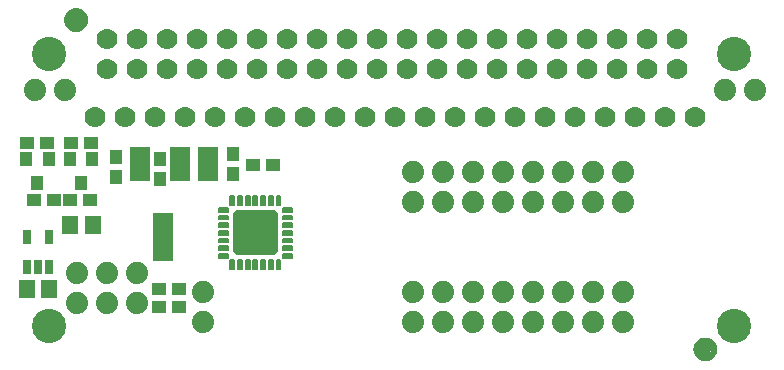
<source format=gbr>
G04 EAGLE Gerber RS-274X export*
G75*
%MOMM*%
%FSLAX34Y34*%
%LPD*%
%INSoldermask Top*%
%IPPOS*%
%AMOC8*
5,1,8,0,0,1.08239X$1,22.5*%
G01*
%ADD10C,1.101600*%
%ADD11C,0.500000*%
%ADD12C,1.879600*%
%ADD13C,0.180575*%
%ADD14C,0.836350*%
%ADD15R,1.778000X4.165600*%
%ADD16R,1.651000X2.921000*%
%ADD17R,1.101600X1.176600*%
%ADD18R,1.176600X1.101600*%
%ADD19R,1.101600X1.301600*%
%ADD20R,1.341600X1.601600*%
%ADD21C,2.901600*%
%ADD22C,1.778000*%
%ADD23R,0.651600X1.301600*%


D10*
X57785Y294005D03*
D11*
X57785Y301505D02*
X57604Y301503D01*
X57423Y301496D01*
X57242Y301485D01*
X57061Y301470D01*
X56881Y301450D01*
X56701Y301426D01*
X56522Y301398D01*
X56344Y301365D01*
X56167Y301328D01*
X55990Y301287D01*
X55815Y301242D01*
X55640Y301192D01*
X55467Y301138D01*
X55296Y301080D01*
X55125Y301018D01*
X54957Y300951D01*
X54790Y300881D01*
X54624Y300807D01*
X54461Y300728D01*
X54300Y300646D01*
X54140Y300560D01*
X53983Y300470D01*
X53828Y300376D01*
X53675Y300279D01*
X53525Y300177D01*
X53377Y300073D01*
X53231Y299964D01*
X53089Y299853D01*
X52949Y299737D01*
X52812Y299619D01*
X52677Y299497D01*
X52546Y299372D01*
X52418Y299244D01*
X52293Y299113D01*
X52171Y298978D01*
X52053Y298841D01*
X51937Y298701D01*
X51826Y298559D01*
X51717Y298413D01*
X51613Y298265D01*
X51511Y298115D01*
X51414Y297962D01*
X51320Y297807D01*
X51230Y297650D01*
X51144Y297490D01*
X51062Y297329D01*
X50983Y297166D01*
X50909Y297000D01*
X50839Y296833D01*
X50772Y296665D01*
X50710Y296494D01*
X50652Y296323D01*
X50598Y296150D01*
X50548Y295975D01*
X50503Y295800D01*
X50462Y295623D01*
X50425Y295446D01*
X50392Y295268D01*
X50364Y295089D01*
X50340Y294909D01*
X50320Y294729D01*
X50305Y294548D01*
X50294Y294367D01*
X50287Y294186D01*
X50285Y294005D01*
X57785Y301505D02*
X57966Y301503D01*
X58147Y301496D01*
X58328Y301485D01*
X58509Y301470D01*
X58689Y301450D01*
X58869Y301426D01*
X59048Y301398D01*
X59226Y301365D01*
X59403Y301328D01*
X59580Y301287D01*
X59755Y301242D01*
X59930Y301192D01*
X60103Y301138D01*
X60274Y301080D01*
X60445Y301018D01*
X60613Y300951D01*
X60780Y300881D01*
X60946Y300807D01*
X61109Y300728D01*
X61270Y300646D01*
X61430Y300560D01*
X61587Y300470D01*
X61742Y300376D01*
X61895Y300279D01*
X62045Y300177D01*
X62193Y300073D01*
X62339Y299964D01*
X62481Y299853D01*
X62621Y299737D01*
X62758Y299619D01*
X62893Y299497D01*
X63024Y299372D01*
X63152Y299244D01*
X63277Y299113D01*
X63399Y298978D01*
X63517Y298841D01*
X63633Y298701D01*
X63744Y298559D01*
X63853Y298413D01*
X63957Y298265D01*
X64059Y298115D01*
X64156Y297962D01*
X64250Y297807D01*
X64340Y297650D01*
X64426Y297490D01*
X64508Y297329D01*
X64587Y297166D01*
X64661Y297000D01*
X64731Y296833D01*
X64798Y296665D01*
X64860Y296494D01*
X64918Y296323D01*
X64972Y296150D01*
X65022Y295975D01*
X65067Y295800D01*
X65108Y295623D01*
X65145Y295446D01*
X65178Y295268D01*
X65206Y295089D01*
X65230Y294909D01*
X65250Y294729D01*
X65265Y294548D01*
X65276Y294367D01*
X65283Y294186D01*
X65285Y294005D01*
X65283Y293824D01*
X65276Y293643D01*
X65265Y293462D01*
X65250Y293281D01*
X65230Y293101D01*
X65206Y292921D01*
X65178Y292742D01*
X65145Y292564D01*
X65108Y292387D01*
X65067Y292210D01*
X65022Y292035D01*
X64972Y291860D01*
X64918Y291687D01*
X64860Y291516D01*
X64798Y291345D01*
X64731Y291177D01*
X64661Y291010D01*
X64587Y290844D01*
X64508Y290681D01*
X64426Y290520D01*
X64340Y290360D01*
X64250Y290203D01*
X64156Y290048D01*
X64059Y289895D01*
X63957Y289745D01*
X63853Y289597D01*
X63744Y289451D01*
X63633Y289309D01*
X63517Y289169D01*
X63399Y289032D01*
X63277Y288897D01*
X63152Y288766D01*
X63024Y288638D01*
X62893Y288513D01*
X62758Y288391D01*
X62621Y288273D01*
X62481Y288157D01*
X62339Y288046D01*
X62193Y287937D01*
X62045Y287833D01*
X61895Y287731D01*
X61742Y287634D01*
X61587Y287540D01*
X61430Y287450D01*
X61270Y287364D01*
X61109Y287282D01*
X60946Y287203D01*
X60780Y287129D01*
X60613Y287059D01*
X60445Y286992D01*
X60274Y286930D01*
X60103Y286872D01*
X59930Y286818D01*
X59755Y286768D01*
X59580Y286723D01*
X59403Y286682D01*
X59226Y286645D01*
X59048Y286612D01*
X58869Y286584D01*
X58689Y286560D01*
X58509Y286540D01*
X58328Y286525D01*
X58147Y286514D01*
X57966Y286507D01*
X57785Y286505D01*
X57604Y286507D01*
X57423Y286514D01*
X57242Y286525D01*
X57061Y286540D01*
X56881Y286560D01*
X56701Y286584D01*
X56522Y286612D01*
X56344Y286645D01*
X56167Y286682D01*
X55990Y286723D01*
X55815Y286768D01*
X55640Y286818D01*
X55467Y286872D01*
X55296Y286930D01*
X55125Y286992D01*
X54957Y287059D01*
X54790Y287129D01*
X54624Y287203D01*
X54461Y287282D01*
X54300Y287364D01*
X54140Y287450D01*
X53983Y287540D01*
X53828Y287634D01*
X53675Y287731D01*
X53525Y287833D01*
X53377Y287937D01*
X53231Y288046D01*
X53089Y288157D01*
X52949Y288273D01*
X52812Y288391D01*
X52677Y288513D01*
X52546Y288638D01*
X52418Y288766D01*
X52293Y288897D01*
X52171Y289032D01*
X52053Y289169D01*
X51937Y289309D01*
X51826Y289451D01*
X51717Y289597D01*
X51613Y289745D01*
X51511Y289895D01*
X51414Y290048D01*
X51320Y290203D01*
X51230Y290360D01*
X51144Y290520D01*
X51062Y290681D01*
X50983Y290844D01*
X50909Y291010D01*
X50839Y291177D01*
X50772Y291345D01*
X50710Y291516D01*
X50652Y291687D01*
X50598Y291860D01*
X50548Y292035D01*
X50503Y292210D01*
X50462Y292387D01*
X50425Y292564D01*
X50392Y292742D01*
X50364Y292921D01*
X50340Y293101D01*
X50320Y293281D01*
X50305Y293462D01*
X50294Y293643D01*
X50287Y293824D01*
X50285Y294005D01*
D10*
X590550Y15240D03*
D11*
X590550Y22740D02*
X590369Y22738D01*
X590188Y22731D01*
X590007Y22720D01*
X589826Y22705D01*
X589646Y22685D01*
X589466Y22661D01*
X589287Y22633D01*
X589109Y22600D01*
X588932Y22563D01*
X588755Y22522D01*
X588580Y22477D01*
X588405Y22427D01*
X588232Y22373D01*
X588061Y22315D01*
X587890Y22253D01*
X587722Y22186D01*
X587555Y22116D01*
X587389Y22042D01*
X587226Y21963D01*
X587065Y21881D01*
X586905Y21795D01*
X586748Y21705D01*
X586593Y21611D01*
X586440Y21514D01*
X586290Y21412D01*
X586142Y21308D01*
X585996Y21199D01*
X585854Y21088D01*
X585714Y20972D01*
X585577Y20854D01*
X585442Y20732D01*
X585311Y20607D01*
X585183Y20479D01*
X585058Y20348D01*
X584936Y20213D01*
X584818Y20076D01*
X584702Y19936D01*
X584591Y19794D01*
X584482Y19648D01*
X584378Y19500D01*
X584276Y19350D01*
X584179Y19197D01*
X584085Y19042D01*
X583995Y18885D01*
X583909Y18725D01*
X583827Y18564D01*
X583748Y18401D01*
X583674Y18235D01*
X583604Y18068D01*
X583537Y17900D01*
X583475Y17729D01*
X583417Y17558D01*
X583363Y17385D01*
X583313Y17210D01*
X583268Y17035D01*
X583227Y16858D01*
X583190Y16681D01*
X583157Y16503D01*
X583129Y16324D01*
X583105Y16144D01*
X583085Y15964D01*
X583070Y15783D01*
X583059Y15602D01*
X583052Y15421D01*
X583050Y15240D01*
X590550Y22740D02*
X590731Y22738D01*
X590912Y22731D01*
X591093Y22720D01*
X591274Y22705D01*
X591454Y22685D01*
X591634Y22661D01*
X591813Y22633D01*
X591991Y22600D01*
X592168Y22563D01*
X592345Y22522D01*
X592520Y22477D01*
X592695Y22427D01*
X592868Y22373D01*
X593039Y22315D01*
X593210Y22253D01*
X593378Y22186D01*
X593545Y22116D01*
X593711Y22042D01*
X593874Y21963D01*
X594035Y21881D01*
X594195Y21795D01*
X594352Y21705D01*
X594507Y21611D01*
X594660Y21514D01*
X594810Y21412D01*
X594958Y21308D01*
X595104Y21199D01*
X595246Y21088D01*
X595386Y20972D01*
X595523Y20854D01*
X595658Y20732D01*
X595789Y20607D01*
X595917Y20479D01*
X596042Y20348D01*
X596164Y20213D01*
X596282Y20076D01*
X596398Y19936D01*
X596509Y19794D01*
X596618Y19648D01*
X596722Y19500D01*
X596824Y19350D01*
X596921Y19197D01*
X597015Y19042D01*
X597105Y18885D01*
X597191Y18725D01*
X597273Y18564D01*
X597352Y18401D01*
X597426Y18235D01*
X597496Y18068D01*
X597563Y17900D01*
X597625Y17729D01*
X597683Y17558D01*
X597737Y17385D01*
X597787Y17210D01*
X597832Y17035D01*
X597873Y16858D01*
X597910Y16681D01*
X597943Y16503D01*
X597971Y16324D01*
X597995Y16144D01*
X598015Y15964D01*
X598030Y15783D01*
X598041Y15602D01*
X598048Y15421D01*
X598050Y15240D01*
X598048Y15059D01*
X598041Y14878D01*
X598030Y14697D01*
X598015Y14516D01*
X597995Y14336D01*
X597971Y14156D01*
X597943Y13977D01*
X597910Y13799D01*
X597873Y13622D01*
X597832Y13445D01*
X597787Y13270D01*
X597737Y13095D01*
X597683Y12922D01*
X597625Y12751D01*
X597563Y12580D01*
X597496Y12412D01*
X597426Y12245D01*
X597352Y12079D01*
X597273Y11916D01*
X597191Y11755D01*
X597105Y11595D01*
X597015Y11438D01*
X596921Y11283D01*
X596824Y11130D01*
X596722Y10980D01*
X596618Y10832D01*
X596509Y10686D01*
X596398Y10544D01*
X596282Y10404D01*
X596164Y10267D01*
X596042Y10132D01*
X595917Y10001D01*
X595789Y9873D01*
X595658Y9748D01*
X595523Y9626D01*
X595386Y9508D01*
X595246Y9392D01*
X595104Y9281D01*
X594958Y9172D01*
X594810Y9068D01*
X594660Y8966D01*
X594507Y8869D01*
X594352Y8775D01*
X594195Y8685D01*
X594035Y8599D01*
X593874Y8517D01*
X593711Y8438D01*
X593545Y8364D01*
X593378Y8294D01*
X593210Y8227D01*
X593039Y8165D01*
X592868Y8107D01*
X592695Y8053D01*
X592520Y8003D01*
X592345Y7958D01*
X592168Y7917D01*
X591991Y7880D01*
X591813Y7847D01*
X591634Y7819D01*
X591454Y7795D01*
X591274Y7775D01*
X591093Y7760D01*
X590912Y7749D01*
X590731Y7742D01*
X590550Y7740D01*
X590369Y7742D01*
X590188Y7749D01*
X590007Y7760D01*
X589826Y7775D01*
X589646Y7795D01*
X589466Y7819D01*
X589287Y7847D01*
X589109Y7880D01*
X588932Y7917D01*
X588755Y7958D01*
X588580Y8003D01*
X588405Y8053D01*
X588232Y8107D01*
X588061Y8165D01*
X587890Y8227D01*
X587722Y8294D01*
X587555Y8364D01*
X587389Y8438D01*
X587226Y8517D01*
X587065Y8599D01*
X586905Y8685D01*
X586748Y8775D01*
X586593Y8869D01*
X586440Y8966D01*
X586290Y9068D01*
X586142Y9172D01*
X585996Y9281D01*
X585854Y9392D01*
X585714Y9508D01*
X585577Y9626D01*
X585442Y9748D01*
X585311Y9873D01*
X585183Y10001D01*
X585058Y10132D01*
X584936Y10267D01*
X584818Y10404D01*
X584702Y10544D01*
X584591Y10686D01*
X584482Y10832D01*
X584378Y10980D01*
X584276Y11130D01*
X584179Y11283D01*
X584085Y11438D01*
X583995Y11595D01*
X583909Y11755D01*
X583827Y11916D01*
X583748Y12079D01*
X583674Y12245D01*
X583604Y12412D01*
X583537Y12580D01*
X583475Y12751D01*
X583417Y12922D01*
X583363Y13095D01*
X583313Y13270D01*
X583268Y13445D01*
X583227Y13622D01*
X583190Y13799D01*
X583157Y13977D01*
X583129Y14156D01*
X583105Y14336D01*
X583085Y14516D01*
X583070Y14697D01*
X583059Y14878D01*
X583052Y15059D01*
X583050Y15240D01*
D12*
X58420Y54610D03*
X58420Y80010D03*
X109220Y54610D03*
X109220Y80010D03*
X83820Y54610D03*
X83820Y80010D03*
X607060Y234950D03*
X632460Y234950D03*
D13*
X227485Y144805D02*
X227485Y137095D01*
X227485Y144805D02*
X230695Y144805D01*
X230695Y137095D01*
X227485Y137095D01*
X227485Y138811D02*
X230695Y138811D01*
X230695Y140527D02*
X227485Y140527D01*
X227485Y142243D02*
X230695Y142243D01*
X230695Y143959D02*
X227485Y143959D01*
X220985Y144805D02*
X220985Y137095D01*
X220985Y144805D02*
X224195Y144805D01*
X224195Y137095D01*
X220985Y137095D01*
X220985Y138811D02*
X224195Y138811D01*
X224195Y140527D02*
X220985Y140527D01*
X220985Y142243D02*
X224195Y142243D01*
X224195Y143959D02*
X220985Y143959D01*
X214485Y144805D02*
X214485Y137095D01*
X214485Y144805D02*
X217695Y144805D01*
X217695Y137095D01*
X214485Y137095D01*
X214485Y138811D02*
X217695Y138811D01*
X217695Y140527D02*
X214485Y140527D01*
X214485Y142243D02*
X217695Y142243D01*
X217695Y143959D02*
X214485Y143959D01*
X207985Y144805D02*
X207985Y137095D01*
X207985Y144805D02*
X211195Y144805D01*
X211195Y137095D01*
X207985Y137095D01*
X207985Y138811D02*
X211195Y138811D01*
X211195Y140527D02*
X207985Y140527D01*
X207985Y142243D02*
X211195Y142243D01*
X211195Y143959D02*
X207985Y143959D01*
X201485Y144805D02*
X201485Y137095D01*
X201485Y144805D02*
X204695Y144805D01*
X204695Y137095D01*
X201485Y137095D01*
X201485Y138811D02*
X204695Y138811D01*
X204695Y140527D02*
X201485Y140527D01*
X201485Y142243D02*
X204695Y142243D01*
X204695Y143959D02*
X201485Y143959D01*
X194985Y144805D02*
X194985Y137095D01*
X194985Y144805D02*
X198195Y144805D01*
X198195Y137095D01*
X194985Y137095D01*
X194985Y138811D02*
X198195Y138811D01*
X198195Y140527D02*
X194985Y140527D01*
X194985Y142243D02*
X198195Y142243D01*
X198195Y143959D02*
X194985Y143959D01*
X188485Y144805D02*
X188485Y137095D01*
X188485Y144805D02*
X191695Y144805D01*
X191695Y137095D01*
X188485Y137095D01*
X188485Y138811D02*
X191695Y138811D01*
X191695Y140527D02*
X188485Y140527D01*
X188485Y142243D02*
X191695Y142243D01*
X191695Y143959D02*
X188485Y143959D01*
X178735Y135055D02*
X178735Y131845D01*
X178735Y135055D02*
X186445Y135055D01*
X186445Y131845D01*
X178735Y131845D01*
X178735Y133561D02*
X186445Y133561D01*
X178735Y128555D02*
X178735Y125345D01*
X178735Y128555D02*
X186445Y128555D01*
X186445Y125345D01*
X178735Y125345D01*
X178735Y127061D02*
X186445Y127061D01*
X178735Y122055D02*
X178735Y118845D01*
X178735Y122055D02*
X186445Y122055D01*
X186445Y118845D01*
X178735Y118845D01*
X178735Y120561D02*
X186445Y120561D01*
X178735Y115555D02*
X178735Y112345D01*
X178735Y115555D02*
X186445Y115555D01*
X186445Y112345D01*
X178735Y112345D01*
X178735Y114061D02*
X186445Y114061D01*
X178735Y109055D02*
X178735Y105845D01*
X178735Y109055D02*
X186445Y109055D01*
X186445Y105845D01*
X178735Y105845D01*
X178735Y107561D02*
X186445Y107561D01*
X178735Y102555D02*
X178735Y99345D01*
X178735Y102555D02*
X186445Y102555D01*
X186445Y99345D01*
X178735Y99345D01*
X178735Y101061D02*
X186445Y101061D01*
X178735Y96055D02*
X178735Y92845D01*
X178735Y96055D02*
X186445Y96055D01*
X186445Y92845D01*
X178735Y92845D01*
X178735Y94561D02*
X186445Y94561D01*
X188485Y90805D02*
X188485Y83095D01*
X188485Y90805D02*
X191695Y90805D01*
X191695Y83095D01*
X188485Y83095D01*
X188485Y84811D02*
X191695Y84811D01*
X191695Y86527D02*
X188485Y86527D01*
X188485Y88243D02*
X191695Y88243D01*
X191695Y89959D02*
X188485Y89959D01*
X194985Y90805D02*
X194985Y83095D01*
X194985Y90805D02*
X198195Y90805D01*
X198195Y83095D01*
X194985Y83095D01*
X194985Y84811D02*
X198195Y84811D01*
X198195Y86527D02*
X194985Y86527D01*
X194985Y88243D02*
X198195Y88243D01*
X198195Y89959D02*
X194985Y89959D01*
X201485Y90805D02*
X201485Y83095D01*
X201485Y90805D02*
X204695Y90805D01*
X204695Y83095D01*
X201485Y83095D01*
X201485Y84811D02*
X204695Y84811D01*
X204695Y86527D02*
X201485Y86527D01*
X201485Y88243D02*
X204695Y88243D01*
X204695Y89959D02*
X201485Y89959D01*
X207985Y90805D02*
X207985Y83095D01*
X207985Y90805D02*
X211195Y90805D01*
X211195Y83095D01*
X207985Y83095D01*
X207985Y84811D02*
X211195Y84811D01*
X211195Y86527D02*
X207985Y86527D01*
X207985Y88243D02*
X211195Y88243D01*
X211195Y89959D02*
X207985Y89959D01*
X214485Y90805D02*
X214485Y83095D01*
X214485Y90805D02*
X217695Y90805D01*
X217695Y83095D01*
X214485Y83095D01*
X214485Y84811D02*
X217695Y84811D01*
X217695Y86527D02*
X214485Y86527D01*
X214485Y88243D02*
X217695Y88243D01*
X217695Y89959D02*
X214485Y89959D01*
X220985Y90805D02*
X220985Y83095D01*
X220985Y90805D02*
X224195Y90805D01*
X224195Y83095D01*
X220985Y83095D01*
X220985Y84811D02*
X224195Y84811D01*
X224195Y86527D02*
X220985Y86527D01*
X220985Y88243D02*
X224195Y88243D01*
X224195Y89959D02*
X220985Y89959D01*
X227485Y90805D02*
X227485Y83095D01*
X227485Y90805D02*
X230695Y90805D01*
X230695Y83095D01*
X227485Y83095D01*
X227485Y84811D02*
X230695Y84811D01*
X230695Y86527D02*
X227485Y86527D01*
X227485Y88243D02*
X230695Y88243D01*
X230695Y89959D02*
X227485Y89959D01*
X232735Y92845D02*
X232735Y96055D01*
X240445Y96055D01*
X240445Y92845D01*
X232735Y92845D01*
X232735Y94561D02*
X240445Y94561D01*
X232735Y99345D02*
X232735Y102555D01*
X240445Y102555D01*
X240445Y99345D01*
X232735Y99345D01*
X232735Y101061D02*
X240445Y101061D01*
X232735Y105845D02*
X232735Y109055D01*
X240445Y109055D01*
X240445Y105845D01*
X232735Y105845D01*
X232735Y107561D02*
X240445Y107561D01*
X232735Y112345D02*
X232735Y115555D01*
X240445Y115555D01*
X240445Y112345D01*
X232735Y112345D01*
X232735Y114061D02*
X240445Y114061D01*
X232735Y118845D02*
X232735Y122055D01*
X240445Y122055D01*
X240445Y118845D01*
X232735Y118845D01*
X232735Y120561D02*
X240445Y120561D01*
X232735Y125345D02*
X232735Y128555D01*
X240445Y128555D01*
X240445Y125345D01*
X232735Y125345D01*
X232735Y127061D02*
X240445Y127061D01*
X232735Y131845D02*
X232735Y135055D01*
X240445Y135055D01*
X240445Y131845D01*
X232735Y131845D01*
X232735Y133561D02*
X240445Y133561D01*
D14*
X194764Y128776D02*
X194764Y99124D01*
X194764Y128776D02*
X224416Y128776D01*
X224416Y99124D01*
X194764Y99124D01*
X194764Y107070D02*
X224416Y107070D01*
X224416Y115016D02*
X194764Y115016D01*
X194764Y122962D02*
X224416Y122962D01*
D15*
X131660Y109950D03*
D16*
X111510Y171910D03*
X145510Y171910D03*
X169080Y171910D03*
D17*
X91910Y161490D03*
X91910Y178490D03*
X128510Y176600D03*
X128510Y159600D03*
X190820Y163760D03*
X190820Y180760D03*
D18*
X69380Y141470D03*
X52380Y141470D03*
X39060Y141840D03*
X22060Y141840D03*
X33500Y190000D03*
X16500Y190000D03*
X53500Y190000D03*
X70500Y190000D03*
D19*
X62000Y156000D03*
X52500Y176000D03*
X71500Y176000D03*
X25000Y156000D03*
X15500Y176000D03*
X34500Y176000D03*
D18*
X144810Y51140D03*
X127810Y51140D03*
X144810Y66680D03*
X127810Y66680D03*
D12*
X342900Y38100D03*
X342900Y63500D03*
X368300Y38100D03*
X368300Y63500D03*
X393700Y38100D03*
X393700Y63500D03*
X419100Y38100D03*
X419100Y63500D03*
X444500Y38100D03*
X444500Y63500D03*
X469900Y38100D03*
X469900Y63500D03*
X495300Y38100D03*
X495300Y63500D03*
X520700Y38100D03*
X520700Y63500D03*
X342900Y139700D03*
X342900Y165100D03*
X368300Y139700D03*
X368300Y165100D03*
X393700Y139700D03*
X393700Y165100D03*
X419100Y139700D03*
X419100Y165100D03*
X444500Y139700D03*
X444500Y165100D03*
X469900Y139700D03*
X469900Y165100D03*
X495300Y139700D03*
X495300Y165100D03*
X520700Y139700D03*
X520700Y165100D03*
X165100Y63500D03*
X165100Y38100D03*
D20*
X52730Y120650D03*
X71730Y120650D03*
D18*
X207400Y171450D03*
X224400Y171450D03*
D21*
X35000Y265000D03*
X615000Y265000D03*
X615000Y35000D03*
X35000Y35000D03*
D22*
X83700Y252300D03*
X83700Y277700D03*
X109100Y252300D03*
X109100Y277700D03*
X134500Y252300D03*
X134500Y277700D03*
X159900Y252300D03*
X159900Y277700D03*
X185300Y252300D03*
X185300Y277700D03*
X210700Y252300D03*
X210700Y277700D03*
X236100Y252300D03*
X236100Y277700D03*
X261500Y252300D03*
X261500Y277700D03*
X286900Y252300D03*
X286900Y277700D03*
X312300Y252300D03*
X312300Y277700D03*
X337700Y252300D03*
X337700Y277700D03*
X363100Y252300D03*
X363100Y277700D03*
X388500Y252300D03*
X388500Y277700D03*
X413900Y252300D03*
X413900Y277700D03*
X439300Y252300D03*
X439300Y277700D03*
X464700Y252300D03*
X464700Y277700D03*
X490100Y252300D03*
X490100Y277700D03*
X515500Y252300D03*
X515500Y277700D03*
X540900Y252300D03*
X540900Y277700D03*
X566300Y252300D03*
X566300Y277700D03*
D12*
X22860Y234950D03*
X48260Y234950D03*
D22*
X73660Y212090D03*
X99060Y212090D03*
X124460Y212090D03*
X149860Y212090D03*
X175260Y212090D03*
X200660Y212090D03*
X226060Y212090D03*
X251460Y212090D03*
X276860Y212090D03*
X302260Y212090D03*
X327660Y212090D03*
X353060Y212090D03*
X378460Y212090D03*
X403860Y212090D03*
X429260Y212090D03*
X454660Y212090D03*
X480060Y212090D03*
X505460Y212090D03*
X530860Y212090D03*
X556260Y212090D03*
X581660Y212090D03*
D23*
X15900Y84789D03*
X25400Y84789D03*
X34900Y84789D03*
X34900Y110791D03*
X15900Y110791D03*
D20*
X15900Y66040D03*
X34900Y66040D03*
M02*

</source>
